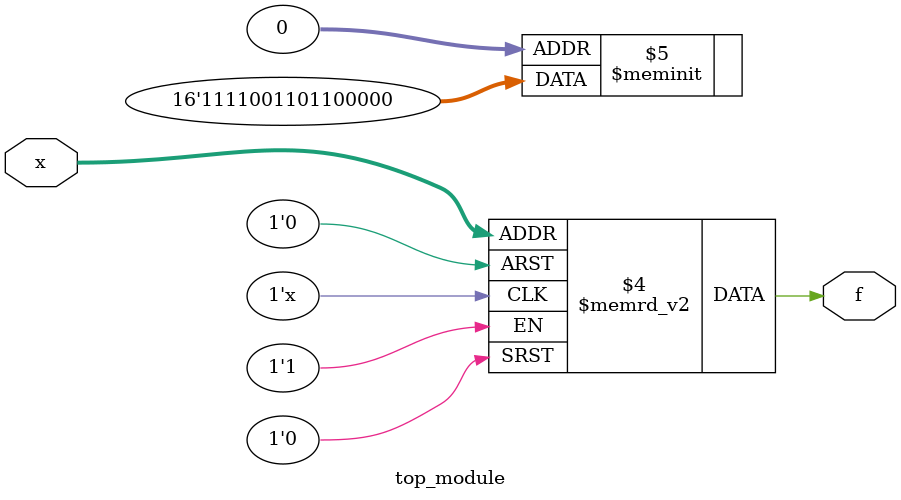
<source format=sv>
module top_module (
    input [4:1] x,
    output logic f
);

    always_comb begin
        case (x)
            4'b0000: f = 1'b0; // d (don't care, we chose 0)
            4'b0001: f = 1'b0;
            4'b0010: f = 1'b0; // d (don't care, we chose 0)
            4'b0011: f = 1'b0; // d (don't care, we chose 0)
            4'b0100: f = 1'b0;
            4'b0101: f = 1'b1; // d (don't care, we chose 1)
            4'b0110: f = 1'b1;
            4'b0111: f = 1'b0;
            4'b1000: f = 1'b1;
            4'b1001: f = 1'b1;
            4'b1010: f = 1'b0;
            4'b1011: f = 1'b0; // d (don't care, we chose 0)
            4'b1100: f = 1'b1;
            4'b1101: f = 1'b1;
            4'b1110: f = 1'b1; // d (don't care, we chose 1)
            4'b1111: f = 1'b1; // d (don't care, we chose 1)
        endcase
    end

endmodule

</source>
